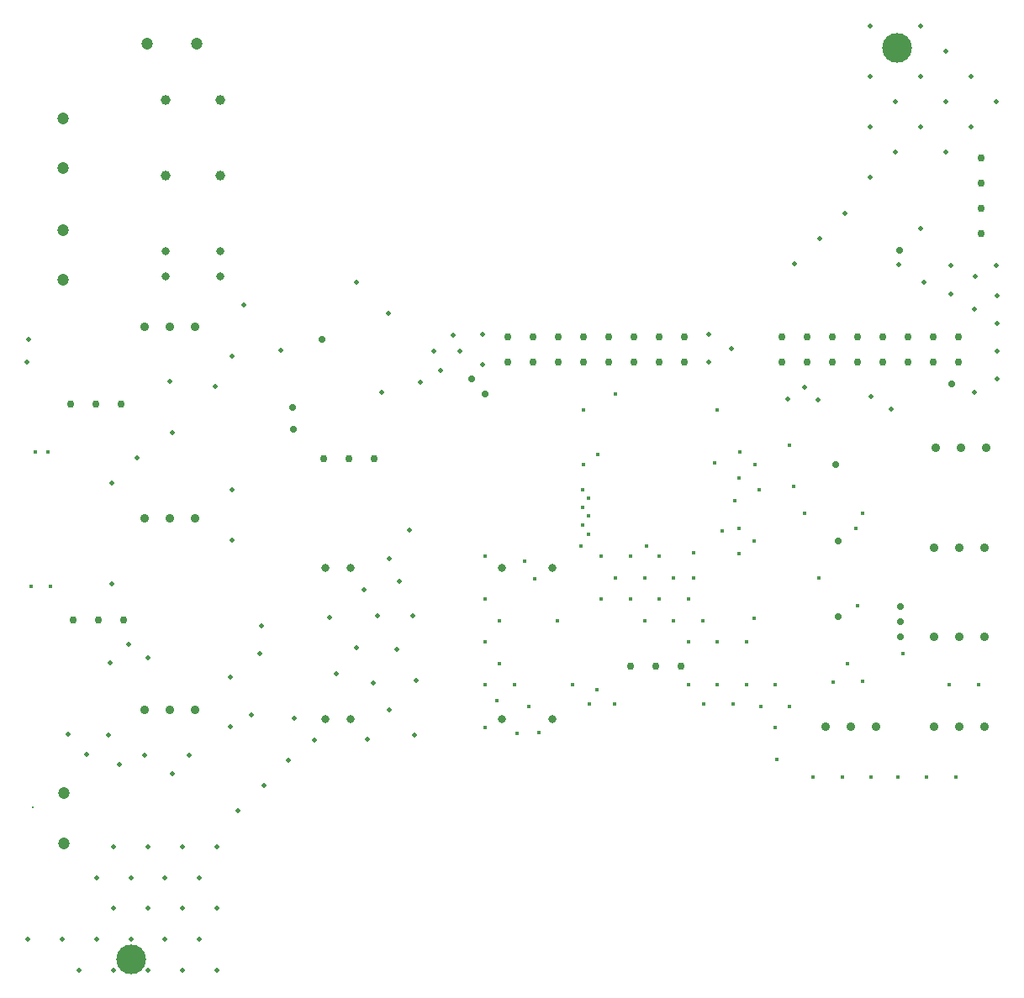
<source format=gbr>
G04 Layer_Color=0*
%FSLAX26Y26*%
%MOIN*%
%TF.FileFunction,Plated,1,2,PTH,Drill*%
%TF.Part,Single*%
G01*
G75*
%TA.AperFunction,ComponentDrill*%
%ADD93C,0.030000*%
%TA.AperFunction,OtherDrill,Pad Free-5 (3408.526mil,3698.528mil)*%
%ADD94C,0.118110*%
%TA.AperFunction,ComponentDrill*%
%ADD95C,0.031496*%
%ADD96C,0.039370*%
%ADD97C,0.030000*%
%ADD98C,0.035433*%
%ADD99C,0.047244*%
%ADD100C,0.047244*%
%TA.AperFunction,OtherDrill,Pad Free-5 (371mil,81mil)*%
%ADD101C,0.118110*%
%TA.AperFunction,ViaDrill,NotFilled*%
%ADD102C,0.015748*%
%ADD103C,0.028000*%
%ADD104C,0.020000*%
%ADD105C,0.010000*%
%ADD106C,0.015000*%
D93*
X330000Y2285000D02*
D03*
X230000D02*
D03*
X130000D02*
D03*
X1134000Y2069000D02*
D03*
X1334000D02*
D03*
X1234000D02*
D03*
X139843Y1427000D02*
D03*
X339842D02*
D03*
X239843D02*
D03*
X2350000Y1245000D02*
D03*
X2550000D02*
D03*
X2450000D02*
D03*
X2950000Y2550000D02*
D03*
X3250000D02*
D03*
X3350000D02*
D03*
X3450000D02*
D03*
X3550000D02*
D03*
X3650000D02*
D03*
X3050000D02*
D03*
X3150000D02*
D03*
X2950000Y2450000D02*
D03*
X3250000D02*
D03*
X3350000D02*
D03*
X3450000D02*
D03*
X3550000D02*
D03*
X3650000D02*
D03*
X3050000D02*
D03*
X3150000D02*
D03*
X1865000D02*
D03*
X2165000D02*
D03*
X2265000D02*
D03*
X2365000D02*
D03*
X2465000D02*
D03*
X2565000D02*
D03*
X1965000D02*
D03*
X2065000D02*
D03*
X1865000Y2550000D02*
D03*
X2165000D02*
D03*
X2265000D02*
D03*
X2365000D02*
D03*
X2465000D02*
D03*
X2565000D02*
D03*
X1965000D02*
D03*
X2065000D02*
D03*
D94*
X3408526Y3698528D02*
D03*
D95*
X723787Y2790000D02*
D03*
Y2890000D02*
D03*
X508787Y2790000D02*
D03*
Y2890000D02*
D03*
X1241000Y1034000D02*
D03*
X1841000D02*
D03*
X2041000D02*
D03*
X1141000D02*
D03*
Y1634000D02*
D03*
X1241000D02*
D03*
X1841000D02*
D03*
X2041000D02*
D03*
D96*
X723787Y3190000D02*
D03*
Y3490000D02*
D03*
X508787Y3190000D02*
D03*
Y3490000D02*
D03*
D97*
X3740000Y3260000D02*
D03*
Y3160000D02*
D03*
Y3060000D02*
D03*
Y2960000D02*
D03*
D98*
X3754999Y1360413D02*
D03*
X3654999D02*
D03*
X3554999D02*
D03*
X3754999Y1005000D02*
D03*
X3654999D02*
D03*
X3554999D02*
D03*
X3325001Y1005000D02*
D03*
X3225001D02*
D03*
X3125001D02*
D03*
X3554996Y1715000D02*
D03*
X3654996D02*
D03*
X3754996D02*
D03*
X3761001Y2110000D02*
D03*
X3661001D02*
D03*
X3561001D02*
D03*
X625002Y1071000D02*
D03*
X525002D02*
D03*
X425002D02*
D03*
X625002Y1830500D02*
D03*
X525002D02*
D03*
X425002D02*
D03*
X625002Y2590000D02*
D03*
X525002D02*
D03*
X425002D02*
D03*
D99*
X102665Y2776575D02*
D03*
Y2973425D02*
D03*
Y3221575D02*
D03*
Y3418425D02*
D03*
X105001Y739425D02*
D03*
Y542575D02*
D03*
D100*
X630553Y3715000D02*
D03*
X433703D02*
D03*
D101*
X371000Y81000D02*
D03*
D102*
X50000Y1560000D02*
D03*
X-25000D02*
D03*
X40000Y2095000D02*
D03*
X-10000D02*
D03*
X3245000Y1790000D02*
D03*
X3250000Y1485000D02*
D03*
X2160000Y1945000D02*
D03*
Y1875000D02*
D03*
X2185000Y1910000D02*
D03*
Y1840000D02*
D03*
X2160000Y1803579D02*
D03*
X2185000Y1768224D02*
D03*
X2860000Y1945000D02*
D03*
X2765000Y1899645D02*
D03*
X2780000Y1990000D02*
D03*
X2785000Y2095000D02*
D03*
X2780000Y1790000D02*
D03*
Y1690000D02*
D03*
X2600000Y1695000D02*
D03*
Y1595000D02*
D03*
X2840000Y1435000D02*
D03*
Y1740000D02*
D03*
X2845000Y2045000D02*
D03*
X2930000Y875000D02*
D03*
X2165000Y2045000D02*
D03*
X2685000Y2050000D02*
D03*
X2415000Y1720000D02*
D03*
X2155000D02*
D03*
X2290000Y2325000D02*
D03*
X2165000Y2261535D02*
D03*
D103*
X1127185Y2539500D02*
D03*
X3418000Y2895000D02*
D03*
X1010000Y2270000D02*
D03*
X3420000Y1360000D02*
D03*
Y1480000D02*
D03*
X3165000Y2045000D02*
D03*
X3175000Y1740000D02*
D03*
Y1440000D02*
D03*
X1720000Y2385000D02*
D03*
X1775000Y2325000D02*
D03*
X1015000Y2185000D02*
D03*
X3420000Y1420000D02*
D03*
X3625000Y2364000D02*
D03*
D104*
X3500000Y2980630D02*
D03*
X166000Y39000D02*
D03*
X-38000Y161000D02*
D03*
X98000D02*
D03*
X234000D02*
D03*
Y405000D02*
D03*
X302000Y39000D02*
D03*
Y527000D02*
D03*
Y283000D02*
D03*
X574000Y39000D02*
D03*
X710000D02*
D03*
X438000D02*
D03*
X506000Y161000D02*
D03*
X642000D02*
D03*
X370000D02*
D03*
X574000Y283000D02*
D03*
X710000D02*
D03*
X438000D02*
D03*
Y527000D02*
D03*
X370000Y405000D02*
D03*
X642000D02*
D03*
X506000D02*
D03*
X574000Y527000D02*
D03*
X710000D02*
D03*
X1019000Y1037000D02*
D03*
X3300000Y3585000D02*
D03*
X3400000Y3485000D02*
D03*
X3500000Y3585000D02*
D03*
X3600000Y3485000D02*
D03*
Y3685000D02*
D03*
X3500000Y3785000D02*
D03*
X3300000D02*
D03*
X3700000Y3585000D02*
D03*
X3300000Y3385000D02*
D03*
X3500000D02*
D03*
X3700000D02*
D03*
X3800000Y3485000D02*
D03*
X3600000Y3285000D02*
D03*
X3400000D02*
D03*
X3300000Y3185000D02*
D03*
X3200000Y3040000D02*
D03*
X3000000Y2840000D02*
D03*
X3100000Y2940000D02*
D03*
X3717000Y2791000D02*
D03*
X3800000Y2835000D02*
D03*
X3620000D02*
D03*
Y2720000D02*
D03*
X3413000Y2836000D02*
D03*
X3805000Y2715000D02*
D03*
X3715000Y2660000D02*
D03*
X3805000Y2605000D02*
D03*
Y2495000D02*
D03*
Y2385000D02*
D03*
X3715000Y2330000D02*
D03*
X3305000Y2315000D02*
D03*
X3385000Y2265000D02*
D03*
X2975000Y2305000D02*
D03*
X3040000Y2350000D02*
D03*
X3095000Y2300000D02*
D03*
X2660000Y2450000D02*
D03*
Y2560000D02*
D03*
X2750000Y2505000D02*
D03*
X1765000Y2440000D02*
D03*
X1597000Y2419000D02*
D03*
X1647000Y2557000D02*
D03*
X1765000Y2560000D02*
D03*
X1675000Y2495000D02*
D03*
X1519000Y2371000D02*
D03*
X1571000Y2494000D02*
D03*
X1363000Y2332000D02*
D03*
X1390000Y2643055D02*
D03*
X819000Y2678000D02*
D03*
X1263000Y2767000D02*
D03*
X1495000Y970000D02*
D03*
X1308000Y955000D02*
D03*
X1097000Y951000D02*
D03*
X1501000Y1188000D02*
D03*
X889000Y1405000D02*
D03*
X1159000Y1437000D02*
D03*
X1185000Y1213000D02*
D03*
X1395000Y1070000D02*
D03*
X1332000Y1179000D02*
D03*
X1266000Y1316000D02*
D03*
X1488000Y1443000D02*
D03*
X1347000D02*
D03*
X1435000Y1582000D02*
D03*
X1395000Y1670000D02*
D03*
X1476000Y1784000D02*
D03*
X880000Y1293000D02*
D03*
X287000Y1257000D02*
D03*
X995000Y870000D02*
D03*
X898000Y771000D02*
D03*
X795000Y670000D02*
D03*
X195000Y895000D02*
D03*
X533000Y819000D02*
D03*
X280000Y970000D02*
D03*
X848000Y1051000D02*
D03*
X120000Y975000D02*
D03*
X324000Y854000D02*
D03*
X425000Y890000D02*
D03*
X600000D02*
D03*
X765353Y1002696D02*
D03*
Y1200527D02*
D03*
X295000Y1570000D02*
D03*
Y1970000D02*
D03*
X395000Y2070000D02*
D03*
X535000Y2170000D02*
D03*
X-42000Y2450000D02*
D03*
X523000Y2375000D02*
D03*
X-35000Y2542000D02*
D03*
X963000Y2498000D02*
D03*
X770000Y2475000D02*
D03*
X705000Y2355000D02*
D03*
X362000Y1331000D02*
D03*
X438000Y1279000D02*
D03*
X1295000Y1549000D02*
D03*
X1425000Y1311000D02*
D03*
X770000Y1745000D02*
D03*
Y1945000D02*
D03*
X3516000Y2769000D02*
D03*
D105*
X-20000Y684000D02*
D03*
D106*
X2695000Y2260000D02*
D03*
X1930000Y1660000D02*
D03*
X1775000Y1680000D02*
D03*
X1971995Y1590000D02*
D03*
X2580000Y1340000D02*
D03*
X2522500Y1425000D02*
D03*
X2695000Y1340000D02*
D03*
X2810000D02*
D03*
X2407500Y1425000D02*
D03*
X2062500D02*
D03*
X1832500D02*
D03*
X1775000Y1340000D02*
D03*
Y1510000D02*
D03*
X2235000D02*
D03*
X2350000D02*
D03*
X2465000D02*
D03*
X2292500Y1595000D02*
D03*
X2407500D02*
D03*
X2235000Y1680000D02*
D03*
X2350000D02*
D03*
X2465000D02*
D03*
X2637500Y1425000D02*
D03*
X2580000Y1510000D02*
D03*
X2522500Y1595000D02*
D03*
X2715000Y1780000D02*
D03*
X2220000Y2085000D02*
D03*
X2998189Y1958976D02*
D03*
X3040000Y1850000D02*
D03*
X3270000D02*
D03*
X3097500Y1595000D02*
D03*
X2925000Y1000000D02*
D03*
X3410245Y804054D02*
D03*
X3525245D02*
D03*
X3730000Y1170000D02*
D03*
X3615000D02*
D03*
X3430000Y1295000D02*
D03*
X3212500Y1255000D02*
D03*
X3270000Y1185000D02*
D03*
X2867500Y1085000D02*
D03*
X2925000Y1170000D02*
D03*
X2982500Y1085000D02*
D03*
X3155000Y1180000D02*
D03*
X2120000Y1170000D02*
D03*
X2289000Y1095000D02*
D03*
X2187500D02*
D03*
X1947500Y1085000D02*
D03*
X1890000Y1170000D02*
D03*
X1832500Y1255000D02*
D03*
X1822745Y1108550D02*
D03*
X1775000Y1170000D02*
D03*
X2216976Y1151976D02*
D03*
X2642500Y1095000D02*
D03*
X2757500D02*
D03*
X2580000Y1170000D02*
D03*
X2695000D02*
D03*
X2810000D02*
D03*
X1986976Y981976D02*
D03*
X1775000Y1000000D02*
D03*
X1899755Y976451D02*
D03*
X2980000Y2120394D02*
D03*
X3305000Y805000D02*
D03*
X3190000D02*
D03*
X3075000D02*
D03*
X3640245Y804054D02*
D03*
%TF.MD5,1ca0446c1cf27fc1afbe6c18c214f175*%
M02*

</source>
